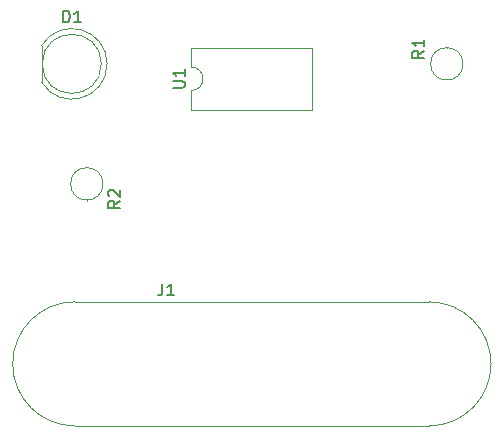
<source format=gbr>
%TF.GenerationSoftware,KiCad,Pcbnew,(5.1.10)-1*%
%TF.CreationDate,2021-07-14T02:51:18+08:00*%
%TF.ProjectId,20210714,32303231-3037-4313-942e-6b696361645f,rev?*%
%TF.SameCoordinates,Original*%
%TF.FileFunction,Legend,Top*%
%TF.FilePolarity,Positive*%
%FSLAX46Y46*%
G04 Gerber Fmt 4.6, Leading zero omitted, Abs format (unit mm)*
G04 Created by KiCad (PCBNEW (5.1.10)-1) date 2021-07-14 02:51:18*
%MOMM*%
%LPD*%
G01*
G04 APERTURE LIST*
%ADD10C,0.120000*%
%ADD11C,0.150000*%
G04 APERTURE END LIST*
D10*
%TO.C,D1*%
X100310000Y-70845000D02*
X100310000Y-73935000D01*
X105370000Y-72390000D02*
G75*
G03*
X105370000Y-72390000I-2500000J0D01*
G01*
X105860000Y-72390462D02*
G75*
G03*
X100310000Y-70845170I-2990000J462D01*
G01*
X105860000Y-72389538D02*
G75*
G02*
X100310000Y-73934830I-2990000J-462D01*
G01*
%TO.C,J1*%
X133120000Y-92540000D02*
X103120000Y-92540000D01*
X103120000Y-103040000D02*
X133120000Y-103040000D01*
X133120000Y-103040000D02*
G75*
G03*
X133120000Y-92540000I0J5250000D01*
G01*
X103120000Y-92540000D02*
G75*
G03*
X103120000Y-103040000I0J-5250000D01*
G01*
%TO.C,R1*%
X135990000Y-72390000D02*
G75*
G03*
X135990000Y-72390000I-1370000J0D01*
G01*
X134620000Y-71020000D02*
X134620000Y-70950000D01*
%TO.C,R2*%
X104140000Y-83920000D02*
X104140000Y-83990000D01*
X105510000Y-82550000D02*
G75*
G03*
X105510000Y-82550000I-1370000J0D01*
G01*
%TO.C,U1*%
X112970000Y-71010000D02*
X112970000Y-72660000D01*
X123250000Y-71010000D02*
X112970000Y-71010000D01*
X123250000Y-76310000D02*
X123250000Y-71010000D01*
X112970000Y-76310000D02*
X123250000Y-76310000D01*
X112970000Y-74660000D02*
X112970000Y-76310000D01*
X112970000Y-72660000D02*
G75*
G02*
X112970000Y-74660000I0J-1000000D01*
G01*
%TO.C,D1*%
D11*
X102131904Y-68882380D02*
X102131904Y-67882380D01*
X102370000Y-67882380D01*
X102512857Y-67930000D01*
X102608095Y-68025238D01*
X102655714Y-68120476D01*
X102703333Y-68310952D01*
X102703333Y-68453809D01*
X102655714Y-68644285D01*
X102608095Y-68739523D01*
X102512857Y-68834761D01*
X102370000Y-68882380D01*
X102131904Y-68882380D01*
X103655714Y-68882380D02*
X103084285Y-68882380D01*
X103370000Y-68882380D02*
X103370000Y-67882380D01*
X103274761Y-68025238D01*
X103179523Y-68120476D01*
X103084285Y-68168095D01*
%TO.C,J1*%
X110536666Y-90992380D02*
X110536666Y-91706666D01*
X110489047Y-91849523D01*
X110393809Y-91944761D01*
X110250952Y-91992380D01*
X110155714Y-91992380D01*
X111536666Y-91992380D02*
X110965238Y-91992380D01*
X111250952Y-91992380D02*
X111250952Y-90992380D01*
X111155714Y-91135238D01*
X111060476Y-91230476D01*
X110965238Y-91278095D01*
%TO.C,R1*%
X132702380Y-71286666D02*
X132226190Y-71620000D01*
X132702380Y-71858095D02*
X131702380Y-71858095D01*
X131702380Y-71477142D01*
X131750000Y-71381904D01*
X131797619Y-71334285D01*
X131892857Y-71286666D01*
X132035714Y-71286666D01*
X132130952Y-71334285D01*
X132178571Y-71381904D01*
X132226190Y-71477142D01*
X132226190Y-71858095D01*
X132702380Y-70334285D02*
X132702380Y-70905714D01*
X132702380Y-70620000D02*
X131702380Y-70620000D01*
X131845238Y-70715238D01*
X131940476Y-70810476D01*
X131988095Y-70905714D01*
%TO.C,R2*%
X106962380Y-83986666D02*
X106486190Y-84320000D01*
X106962380Y-84558095D02*
X105962380Y-84558095D01*
X105962380Y-84177142D01*
X106010000Y-84081904D01*
X106057619Y-84034285D01*
X106152857Y-83986666D01*
X106295714Y-83986666D01*
X106390952Y-84034285D01*
X106438571Y-84081904D01*
X106486190Y-84177142D01*
X106486190Y-84558095D01*
X106057619Y-83605714D02*
X106010000Y-83558095D01*
X105962380Y-83462857D01*
X105962380Y-83224761D01*
X106010000Y-83129523D01*
X106057619Y-83081904D01*
X106152857Y-83034285D01*
X106248095Y-83034285D01*
X106390952Y-83081904D01*
X106962380Y-83653333D01*
X106962380Y-83034285D01*
%TO.C,U1*%
X111422380Y-74421904D02*
X112231904Y-74421904D01*
X112327142Y-74374285D01*
X112374761Y-74326666D01*
X112422380Y-74231428D01*
X112422380Y-74040952D01*
X112374761Y-73945714D01*
X112327142Y-73898095D01*
X112231904Y-73850476D01*
X111422380Y-73850476D01*
X112422380Y-72850476D02*
X112422380Y-73421904D01*
X112422380Y-73136190D02*
X111422380Y-73136190D01*
X111565238Y-73231428D01*
X111660476Y-73326666D01*
X111708095Y-73421904D01*
%TD*%
M02*

</source>
